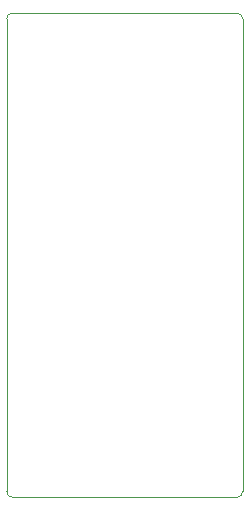
<source format=gko>
G04*
G04 #@! TF.GenerationSoftware,Altium Limited,Altium Designer,22.8.2 (66)*
G04*
G04 Layer_Color=16711935*
%FSLAX44Y44*%
%MOMM*%
G71*
G04*
G04 #@! TF.SameCoordinates,D88EF3AF-AA8D-4CAB-B9DB-13285413298B*
G04*
G04*
G04 #@! TF.FilePolarity,Positive*
G04*
G01*
G75*
%ADD14C,0.1000*%
D14*
X200000Y405000D02*
G03*
X195000Y410000I-5000J0D01*
G01*
X195000Y0D02*
G03*
X200000Y5000I0J5000D01*
G01*
X5000Y410000D02*
G03*
X0Y405000I0J-5000D01*
G01*
Y5000D02*
G03*
X5000Y0I5000J-0D01*
G01*
X195000D01*
X200000Y5000D02*
Y405000D01*
X5000Y410000D02*
X195000D01*
X-0Y233000D02*
Y405000D01*
Y5000D02*
Y52500D01*
X-19Y52500D02*
Y233250D01*
M02*

</source>
